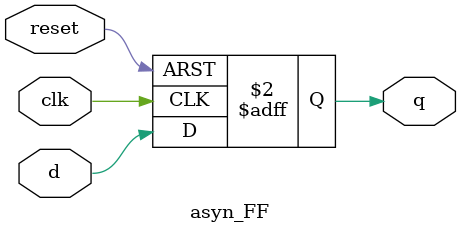
<source format=sv>
module asyn_FF (
    input logic clk,        
    input logic reset, 
    input logic d,          
    output logic q          
);
    always_ff @(posedge clk or posedge reset) begin
        if (reset)
            q <= 0;         
        else
            q <= d;         
    end

endmodule
</source>
